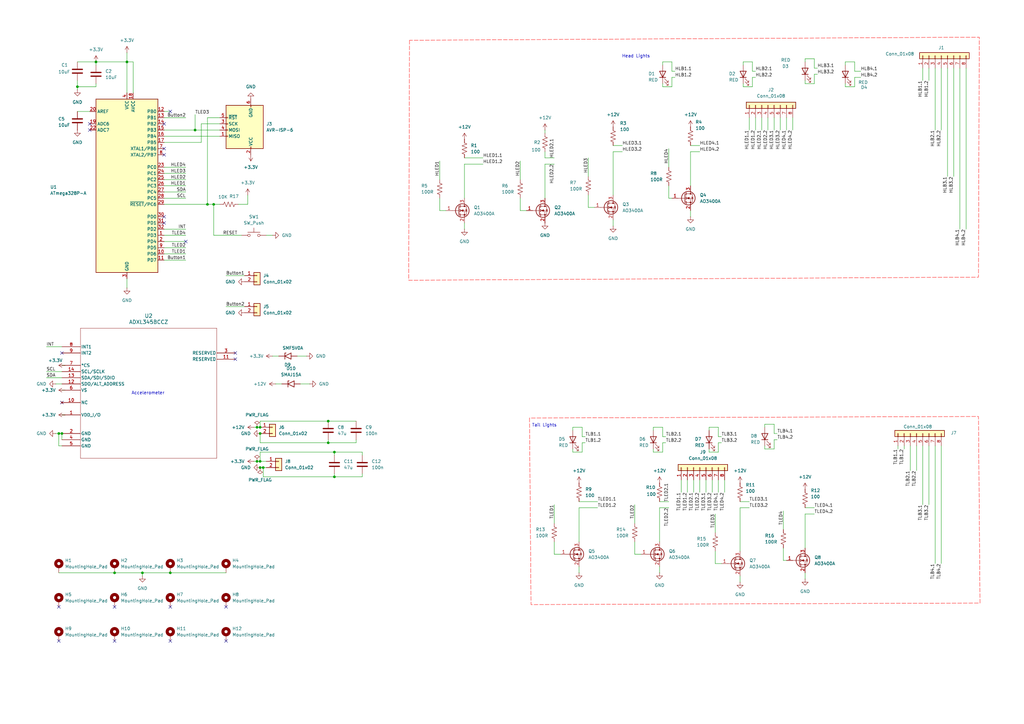
<source format=kicad_sch>
(kicad_sch (version 20250114) (generator "eeschema") (generator_version "9.0")
  (paper "A3")
  (text "Head Lights\n" (at 260.858 23.114 0) (effects (font (size 1.27 1.27))))
  (text "Tail Lights\n" (at 223.266 174.498 0) (effects (font (size 1.27 1.27))))
  (text "Accelerometer" (at 60.706 161.29 0) (effects (font (size 1.27 1.27))))
  (junction (at 107.95 191.77))
  (junction (at 25.4 177.8))
  (junction (at 69.85 234.95))
  (junction (at 137.16 195.58))
  (junction (at 134.62 181.61))
  (junction (at 134.62 172.72))
  (junction (at 105.41 175.26))
  (junction (at 105.41 189.23))
  (junction (at 137.16 185.42))
  (junction (at 106.68 191.77))
  (junction (at 39.37 25.4))
  (junction (at 87.63 83.82))
  (junction (at 106.68 177.8))
  (junction (at 106.68 175.26))
  (junction (at 46.99 234.95))
  (junction (at 24.13 177.8))
  (junction (at 31.75 35.56))
  (junction (at 80.01 53.34))
  (junction (at 58.42 234.95))
  (junction (at 85.09 83.82))
  (junction (at 106.68 189.23))
  (junction (at 52.07 25.4))
  (no_connect (at 67.31 60.96))
  (no_connect (at 24.13 262.89))
  (no_connect (at 67.31 88.9))
  (no_connect (at 25.4 165.1))
  (no_connect (at 92.71 248.92))
  (no_connect (at 36.83 53.34))
  (no_connect (at 36.83 50.8))
  (no_connect (at 96.52 147.32))
  (no_connect (at 67.31 63.5))
  (no_connect (at 69.85 248.92))
  (no_connect (at 69.85 262.89))
  (no_connect (at 25.4 144.78))
  (no_connect (at 24.13 248.92))
  (no_connect (at 67.31 50.8))
  (no_connect (at 46.99 262.89))
  (no_connect (at 92.71 262.89))
  (no_connect (at 69.85 45.72))
  (no_connect (at 96.52 144.78))
  (no_connect (at 67.31 91.44))
  (no_connect (at 46.99 248.92))
  (no_connect (at 76.2 99.06))
  (wire (pts (xy 350.52 29.21) (xy 353.06 29.21)))
  (wire (pts (xy 92.71 113.03) (xy 100.33 113.03)))
  (wire (pts (xy 330.2 208.28) (xy 334.01 208.28)))
  (wire (pts (xy 80.01 53.34) (xy 67.31 53.34)))
  (wire (pts (xy 25.4 142.24) (xy 19.05 142.24)))
  (wire (pts (xy 67.31 48.26) (xy 76.2 48.26)))
  (wire (pts (xy 82.55 50.8) (xy 90.17 50.8)))
  (wire (pts (xy 251.46 62.23) (xy 255.27 62.23)))
  (wire (pts (xy 271.78 175.26) (xy 271.78 179.07)))
  (wire (pts (xy 375.92 182.88) (xy 375.92 193.04)))
  (wire (pts (xy 67.31 101.6) (xy 76.2 101.6)))
  (wire (pts (xy 271.78 179.07) (xy 273.05 179.07)))
  (wire (pts (xy 320.04 48.26) (xy 320.04 53.34)))
  (wire (pts (xy 297.18 196.85) (xy 297.18 201.93)))
  (wire (pts (xy 76.2 71.12) (xy 67.31 71.12)))
  (wire (pts (xy 67.31 55.88) (xy 90.17 55.88)))
  (wire (pts (xy 67.31 81.28) (xy 76.2 81.28)))
  (wire (pts (xy 31.75 35.56) (xy 39.37 35.56)))
  (wire (pts (xy 322.58 48.26) (xy 322.58 53.34)))
  (wire (pts (xy 25.4 154.94) (xy 19.05 154.94)))
  (wire (pts (xy 388.62 27.94) (xy 388.62 72.39)))
  (wire (pts (xy 275.59 25.4) (xy 275.59 29.21)))
  (wire (pts (xy 317.5 48.26) (xy 317.5 53.34)))
  (wire (pts (xy 106.68 172.72) (xy 134.62 172.72)))
  (wire (pts (xy 373.38 182.88) (xy 373.38 193.04)))
  (wire (pts (xy 330.2 24.13) (xy 334.01 24.13)))
  (wire (pts (xy 87.63 96.52) (xy 99.06 96.52)))
  (wire (pts (xy 109.22 96.52) (xy 111.76 96.52)))
  (wire (pts (xy 54.61 25.4) (xy 54.61 38.1)))
  (wire (pts (xy 303.53 236.22) (xy 303.53 238.76)))
  (wire (pts (xy 271.78 181.61) (xy 273.05 181.61)))
  (wire (pts (xy 346.71 34.29) (xy 346.71 35.56)))
  (wire (pts (xy 52.07 114.3) (xy 52.07 118.11)))
  (wire (pts (xy 330.2 210.82) (xy 334.01 210.82)))
  (wire (pts (xy 104.14 175.26) (xy 105.41 175.26)))
  (wire (pts (xy 251.46 62.23) (xy 251.46 80.01)))
  (wire (pts (xy 294.64 181.61) (xy 295.91 181.61)))
  (wire (pts (xy 67.31 93.98) (xy 76.2 93.98)))
  (wire (pts (xy 386.08 27.94) (xy 386.08 53.34)))
  (wire (pts (xy 368.3 182.88) (xy 368.3 184.15)))
  (wire (pts (xy 313.69 184.15) (xy 317.5 184.15)))
  (wire (pts (xy 190.5 91.44) (xy 190.5 93.98)))
  (wire (pts (xy 109.22 191.77) (xy 107.95 191.77)))
  (wire (pts (xy 283.21 59.69) (xy 287.02 59.69)))
  (wire (pts (xy 111.76 146.05) (xy 114.3 146.05)))
  (wire (pts (xy 350.52 25.4) (xy 350.52 29.21)))
  (wire (pts (xy 22.86 177.8) (xy 24.13 177.8)))
  (wire (pts (xy 330.2 234.95) (xy 330.2 237.49)))
  (wire (pts (xy 330.2 33.02) (xy 330.2 34.29)))
  (wire (pts (xy 251.46 90.17) (xy 251.46 92.71)))
  (wire (pts (xy 290.83 184.15) (xy 290.83 185.42)))
  (wire (pts (xy 330.2 34.29) (xy 334.01 34.29)))
  (wire (pts (xy 270.51 208.28) (xy 274.32 208.28)))
  (wire (pts (xy 25.4 182.88) (xy 24.13 182.88)))
  (wire (pts (xy 274.32 60.96) (xy 274.32 68.58)))
  (wire (pts (xy 67.31 45.72) (xy 69.85 45.72)))
  (wire (pts (xy 317.5 173.99) (xy 317.5 177.8)))
  (wire (pts (xy 105.41 189.23) (xy 106.68 189.23)))
  (wire (pts (xy 25.4 180.34) (xy 25.4 177.8)))
  (wire (pts (xy 304.8 25.4) (xy 308.61 25.4)))
  (wire (pts (xy 58.42 234.95) (xy 58.42 236.22)))
  (wire (pts (xy 370.84 182.88) (xy 370.84 184.15)))
  (wire (pts (xy 223.52 53.34) (xy 223.52 54.61)))
  (wire (pts (xy 396.24 27.94) (xy 396.24 93.98)))
  (wire (pts (xy 238.76 181.61) (xy 240.03 181.61)))
  (wire (pts (xy 303.53 208.28) (xy 303.53 226.06)))
  (wire (pts (xy 106.68 177.8) (xy 106.68 181.61)))
  (wire (pts (xy 334.01 27.94) (xy 335.28 27.94)))
  (wire (pts (xy 39.37 25.4) (xy 39.37 26.67)))
  (wire (pts (xy 80.01 46.99) (xy 80.01 53.34)))
  (wire (pts (xy 148.59 185.42) (xy 148.59 186.69)))
  (wire (pts (xy 90.17 48.26) (xy 85.09 48.26)))
  (wire (pts (xy 85.09 48.26) (xy 85.09 83.82)))
  (wire (pts (xy 251.46 59.69) (xy 255.27 59.69)))
  (wire (pts (xy 294.64 185.42) (xy 294.64 181.61)))
  (wire (pts (xy 31.75 45.72) (xy 36.83 45.72)))
  (wire (pts (xy 294.64 179.07) (xy 295.91 179.07)))
  (wire (pts (xy 92.71 125.73) (xy 100.33 125.73)))
  (wire (pts (xy 223.52 64.77) (xy 227.33 64.77)))
  (wire (pts (xy 137.16 194.31) (xy 137.16 195.58)))
  (wire (pts (xy 304.8 35.56) (xy 308.61 35.56)))
  (wire (pts (xy 80.01 53.34) (xy 90.17 53.34)))
  (wire (pts (xy 190.5 64.77) (xy 198.12 64.77)))
  (wire (pts (xy 271.78 26.67) (xy 271.78 25.4)))
  (wire (pts (xy 227.33 227.33) (xy 229.87 227.33)))
  (wire (pts (xy 313.69 182.88) (xy 313.69 184.15)))
  (wire (pts (xy 346.71 26.67) (xy 346.71 25.4)))
  (wire (pts (xy 39.37 34.29) (xy 39.37 35.56)))
  (wire (pts (xy 87.63 83.82) (xy 90.17 83.82)))
  (wire (pts (xy 52.07 25.4) (xy 54.61 25.4)))
  (wire (pts (xy 25.4 160.02) (xy 26.67 160.02)))
  (wire (pts (xy 274.32 81.28) (xy 275.59 81.28)))
  (wire (pts (xy 223.52 62.23) (xy 223.52 64.77)))
  (wire (pts (xy 378.46 27.94) (xy 378.46 33.02)))
  (wire (pts (xy 67.31 83.82) (xy 85.09 83.82)))
  (wire (pts (xy 180.34 66.04) (xy 180.34 73.66)))
  (wire (pts (xy 393.7 27.94) (xy 393.7 93.98)))
  (wire (pts (xy 107.95 191.77) (xy 106.68 191.77)))
  (wire (pts (xy 275.59 31.75) (xy 276.86 31.75)))
  (wire (pts (xy 287.02 196.85) (xy 287.02 201.93)))
  (wire (pts (xy 290.83 176.53) (xy 290.83 175.26)))
  (wire (pts (xy 260.35 207.01) (xy 260.35 214.63)))
  (wire (pts (xy 121.92 146.05) (xy 125.73 146.05)))
  (wire (pts (xy 260.35 227.33) (xy 262.89 227.33)))
  (wire (pts (xy 213.36 86.36) (xy 215.9 86.36)))
  (wire (pts (xy 267.97 175.26) (xy 271.78 175.26)))
  (wire (pts (xy 383.54 182.88) (xy 383.54 231.14)))
  (wire (pts (xy 22.86 157.48) (xy 25.4 157.48)))
  (wire (pts (xy 237.49 208.28) (xy 237.49 222.25)))
  (wire (pts (xy 275.59 29.21) (xy 276.86 29.21)))
  (wire (pts (xy 284.48 196.85) (xy 284.48 201.93)))
  (wire (pts (xy 293.37 231.14) (xy 295.91 231.14)))
  (wire (pts (xy 237.49 208.28) (xy 245.11 208.28)))
  (wire (pts (xy 283.21 86.36) (xy 283.21 88.9)))
  (wire (pts (xy 67.31 96.52) (xy 76.2 96.52)))
  (wire (pts (xy 234.95 184.15) (xy 234.95 185.42)))
  (wire (pts (xy 281.94 196.85) (xy 281.94 201.93)))
  (wire (pts (xy 24.13 177.8) (xy 25.4 177.8)))
  (wire (pts (xy 76.2 76.2) (xy 67.31 76.2)))
  (wire (pts (xy 238.76 185.42) (xy 238.76 181.61)))
  (wire (pts (xy 101.6 83.82) (xy 101.6 80.01)))
  (wire (pts (xy 304.8 26.67) (xy 304.8 25.4)))
  (wire (pts (xy 267.97 184.15) (xy 267.97 185.42)))
  (wire (pts (xy 213.36 66.04) (xy 213.36 73.66)))
  (wire (pts (xy 241.3 80.01) (xy 241.3 85.09)))
  (wire (pts (xy 31.75 36.83) (xy 31.75 35.56)))
  (wire (pts (xy 234.95 176.53) (xy 234.95 175.26)))
  (wire (pts (xy 274.32 81.28) (xy 274.32 76.2)))
  (wire (pts (xy 271.78 34.29) (xy 271.78 35.56)))
  (wire (pts (xy 386.08 182.88) (xy 386.08 231.14)))
  (wire (pts (xy 25.4 152.4) (xy 19.05 152.4)))
  (wire (pts (xy 105.41 175.26) (xy 106.68 175.26)))
  (wire (pts (xy 213.36 81.28) (xy 213.36 86.36)))
  (wire (pts (xy 330.2 25.4) (xy 330.2 24.13)))
  (wire (pts (xy 180.34 81.28) (xy 180.34 86.36)))
  (wire (pts (xy 137.16 185.42) (xy 148.59 185.42)))
  (wire (pts (xy 227.33 207.01) (xy 227.33 214.63)))
  (wire (pts (xy 106.68 185.42) (xy 137.16 185.42)))
  (wire (pts (xy 107.95 195.58) (xy 137.16 195.58)))
  (wire (pts (xy 97.79 83.82) (xy 101.6 83.82)))
  (wire (pts (xy 24.13 234.95) (xy 46.99 234.95)))
  (wire (pts (xy 137.16 195.58) (xy 148.59 195.58)))
  (wire (pts (xy 58.42 234.95) (xy 69.85 234.95)))
  (wire (pts (xy 381 27.94) (xy 381 33.02)))
  (wire (pts (xy 308.61 35.56) (xy 308.61 31.75)))
  (wire (pts (xy 313.69 175.26) (xy 313.69 173.99)))
  (wire (pts (xy 303.53 208.28) (xy 307.34 208.28)))
  (wire (pts (xy 52.07 21.59) (xy 52.07 25.4)))
  (wire (pts (xy 334.01 24.13) (xy 334.01 27.94)))
  (wire (pts (xy 304.8 34.29) (xy 304.8 35.56)))
  (wire (pts (xy 241.3 85.09) (xy 243.84 85.09)))
  (wire (pts (xy 260.35 222.25) (xy 260.35 227.33)))
  (wire (pts (xy 113.03 157.48) (xy 115.57 157.48)))
  (wire (pts (xy 223.52 67.31) (xy 223.52 81.28)))
  (wire (pts (xy 146.05 180.34) (xy 146.05 181.61)))
  (wire (pts (xy 294.64 175.26) (xy 294.64 179.07)))
  (wire (pts (xy 137.16 185.42) (xy 137.16 186.69)))
  (wire (pts (xy 267.97 176.53) (xy 267.97 175.26)))
  (wire (pts (xy 290.83 175.26) (xy 294.64 175.26)))
  (wire (pts (xy 308.61 31.75) (xy 309.88 31.75)))
  (wire (pts (xy 267.97 185.42) (xy 271.78 185.42)))
  (wire (pts (xy 234.95 175.26) (xy 238.76 175.26)))
  (wire (pts (xy 67.31 78.74) (xy 76.2 78.74)))
  (wire (pts (xy 309.88 48.26) (xy 309.88 53.34)))
  (wire (pts (xy 321.31 229.87) (xy 321.31 224.79)))
  (wire (pts (xy 321.31 209.55) (xy 321.31 217.17)))
  (wire (pts (xy 303.53 205.74) (xy 307.34 205.74)))
  (wire (pts (xy 237.49 232.41) (xy 237.49 234.95)))
  (wire (pts (xy 346.71 25.4) (xy 350.52 25.4)))
  (wire (pts (xy 271.78 35.56) (xy 275.59 35.56)))
  (wire (pts (xy 39.37 25.4) (xy 52.07 25.4)))
  (wire (pts (xy 307.34 48.26) (xy 307.34 53.34)))
  (wire (pts (xy 314.96 48.26) (xy 314.96 53.34)))
  (wire (pts (xy 308.61 25.4) (xy 308.61 29.21)))
  (wire (pts (xy 148.59 194.31) (xy 148.59 195.58)))
  (wire (pts (xy 76.2 68.58) (xy 67.31 68.58)))
  (wire (pts (xy 317.5 177.8) (xy 318.77 177.8)))
  (wire (pts (xy 383.54 27.94) (xy 383.54 53.34)))
  (wire (pts (xy 313.69 173.99) (xy 317.5 173.99)))
  (wire (pts (xy 312.42 48.26) (xy 312.42 53.34)))
  (wire (pts (xy 308.61 29.21) (xy 309.88 29.21)))
  (wire (pts (xy 346.71 35.56) (xy 350.52 35.56)))
  (wire (pts (xy 82.55 50.8) (xy 82.55 58.42)))
  (wire (pts (xy 290.83 185.42) (xy 294.64 185.42)))
  (wire (pts (xy 39.37 25.4) (xy 31.75 25.4)))
  (wire (pts (xy 330.2 210.82) (xy 330.2 224.79)))
  (wire (pts (xy 106.68 175.26) (xy 106.68 172.72)))
  (wire (pts (xy 67.31 58.42) (xy 82.55 58.42)))
  (wire (pts (xy 24.13 182.88) (xy 24.13 177.8)))
  (wire (pts (xy 134.62 181.61) (xy 146.05 181.61)))
  (wire (pts (xy 190.5 67.31) (xy 190.5 81.28)))
  (wire (pts (xy 241.3 64.77) (xy 241.3 72.39)))
  (wire (pts (xy 104.14 189.23) (xy 105.41 189.23)))
  (wire (pts (xy 25.4 149.86) (xy 26.67 149.86)))
  (wire (pts (xy 271.78 185.42) (xy 271.78 181.61)))
  (wire (pts (xy 294.64 196.85) (xy 294.64 201.93)))
  (wire (pts (xy 223.52 67.31) (xy 227.33 67.31)))
  (wire (pts (xy 293.37 210.82) (xy 293.37 218.44)))
  (wire (pts (xy 134.62 180.34) (xy 134.62 181.61)))
  (wire (pts (xy 234.95 185.42) (xy 238.76 185.42)))
  (wire (pts (xy 180.34 86.36) (xy 182.88 86.36)))
  (wire (pts (xy 31.75 33.02) (xy 31.75 35.56)))
  (wire (pts (xy 123.19 157.48) (xy 127 157.48)))
  (wire (pts (xy 271.78 25.4) (xy 275.59 25.4)))
  (wire (pts (xy 289.56 196.85) (xy 289.56 201.93)))
  (wire (pts (xy 283.21 62.23) (xy 283.21 76.2)))
  (wire (pts (xy 238.76 175.26) (xy 238.76 179.07)))
  (wire (pts (xy 378.46 182.88) (xy 378.46 207.01)))
  (wire (pts (xy 317.5 184.15) (xy 317.5 180.34)))
  (wire (pts (xy 109.22 189.23) (xy 106.68 189.23)))
  (wire (pts (xy 25.4 170.18) (xy 26.67 170.18)))
  (wire (pts (xy 391.16 27.94) (xy 391.16 72.39)))
  (wire (pts (xy 293.37 226.06) (xy 293.37 231.14)))
  (wire (pts (xy 106.68 189.23) (xy 106.68 185.42)))
  (wire (pts (xy 134.62 172.72) (xy 146.05 172.72)))
  (wire (pts (xy 325.12 48.26) (xy 325.12 53.34)))
  (wire (pts (xy 190.5 67.31) (xy 198.12 67.31)))
  (wire (pts (xy 381 182.88) (xy 381 207.01)))
  (wire (pts (xy 237.49 205.74) (xy 245.11 205.74)))
  (wire (pts (xy 275.59 35.56) (xy 275.59 31.75)))
  (wire (pts (xy 270.51 232.41) (xy 270.51 234.95)))
  (wire (pts (xy 317.5 180.34) (xy 318.77 180.34)))
  (wire (pts (xy 46.99 234.95) (xy 58.42 234.95)))
  (wire (pts (xy 270.51 205.74) (xy 274.32 205.74)))
  (wire (pts (xy 67.31 106.68) (xy 76.2 106.68)))
  (wire (pts (xy 350.52 35.56) (xy 350.52 31.75)))
  (wire (pts (xy 76.2 73.66) (xy 67.31 73.66)))
  (wire (pts (xy 227.33 222.25) (xy 227.33 227.33)))
  (wire (pts (xy 106.68 181.61) (xy 134.62 181.61)))
  (wire (pts (xy 87.63 83.82) (xy 87.63 96.52)))
  (wire (pts (xy 292.1 196.85) (xy 292.1 201.93)))
  (wire (pts (xy 334.01 30.48) (xy 335.28 30.48)))
  (wire (pts (xy 283.21 62.23) (xy 287.02 62.23)))
  (wire (pts (xy 270.51 208.28) (xy 270.51 222.25)))
  (wire (pts (xy 69.85 234.95) (xy 92.71 234.95)))
  (wire (pts (xy 279.4 196.85) (xy 279.4 201.93)))
  (wire (pts (xy 107.95 191.77) (xy 107.95 195.58)))
  (wire (pts (xy 85.09 83.82) (xy 87.63 83.82)))
  (wire (pts (xy 52.07 25.4) (xy 52.07 38.1)))
  (wire (pts (xy 350.52 31.75) (xy 353.06 31.75)))
  (wire (pts (xy 67.31 104.14) (xy 76.2 104.14)))
  (wire (pts (xy 334.01 34.29) (xy 334.01 30.48)))
  (wire (pts (xy 238.76 179.07) (xy 240.03 179.07)))
  (wire (pts (xy 67.31 99.06) (xy 76.2 99.06)))
  (wire (pts (xy 321.31 229.87) (xy 322.58 229.87)))
  (label "TLB4.1" (at 383.54 231.14 270))
  (label "TLED3" (at 80.01 46.99 0))
  (label "HLED2.1" (at 227.33 64.77 90))
  (label "HLB2.2" (at 386.08 53.34 270))
  (label "TLED1.2" (at 281.94 201.93 270))
  (label "HLB2.1" (at 383.54 53.34 270))
  (label "HLB4.2" (at 396.24 93.98 270))
  (label "HLB3.1" (at 388.62 72.39 270))
  (label "Button2" (at 76.2 48.26 180))
  (label "HLB3.2" (at 391.16 72.39 270))
  (label "TLED3.2" (at 292.1 201.93 270))
  (label "TLED4" (at 321.31 209.55 270))
  (label "TLED3.1" (at 289.56 201.93 270))
  (label "TLED3" (at 293.37 210.82 270))
  (label "HLB2.2" (at 309.88 31.75 0))
  (label "HLED2.1" (at 312.42 53.34 270))
  (label "TLED4" (at 76.2 96.52 180))
  (label "TLED3.1" (at 307.34 205.74 0))
  (label "HLED1.2" (at 309.88 53.34 270))
  (label "TLED4.1" (at 334.01 208.28 0))
  (label "HLED1.1" (at 198.12 64.77 0))
  (label "TLED1" (at 76.2 104.14 180))
  (label "HLED3.2" (at 320.04 53.34 270))
  (label "HLED2" (at 76.2 73.66 180))
  (label "TLED3.2" (at 307.34 208.28 0))
  (label "TLB2.2" (at 273.05 181.61 0))
  (label "HLB1.2" (at 381 33.02 270))
  (label "TLED4.2" (at 297.18 201.93 270))
  (label "HLED4.2" (at 287.02 62.23 0))
  (label "TLB2.1" (at 273.05 179.07 0))
  (label "HLED1.2" (at 198.12 67.31 0))
  (label "HLED3.1" (at 255.27 59.69 0))
  (label "TLB4.1" (at 318.77 177.8 0))
  (label "HLED4" (at 274.32 60.96 270))
  (label "HLED3" (at 76.2 71.12 180))
  (label "HLED4.1" (at 287.02 59.69 0))
  (label "HLED2.2" (at 314.96 53.34 270))
  (label "HLED3.1" (at 317.5 53.34 270))
  (label "HLB4.2" (at 353.06 31.75 0))
  (label "HLB2.1" (at 309.88 29.21 0))
  (label "HLB3.1" (at 335.28 27.94 0))
  (label "INT" (at 19.05 142.24 0))
  (label "TLED1.2" (at 245.11 208.28 0))
  (label "HLB1.2" (at 276.86 31.75 0))
  (label "TLED1.1" (at 279.4 201.93 270))
  (label "TLB4.2" (at 386.08 231.14 270))
  (label "SCL" (at 76.2 81.28 180))
  (label "TLB2.2" (at 375.92 193.04 270))
  (label "SCL" (at 19.05 152.4 0))
  (label "TLB1.2" (at 240.03 181.61 0))
  (label "HLED4.2" (at 325.12 53.34 270))
  (label "HLED4" (at 76.2 68.58 180))
  (label "HLB1.1" (at 276.86 29.21 0))
  (label "HLED3.2" (at 255.27 62.23 0))
  (label "TLB3.1" (at 295.91 179.07 0))
  (label "Button1" (at 92.71 113.03 0))
  (label "TLED2" (at 76.2 101.6 180))
  (label "HLB4.1" (at 353.06 29.21 0))
  (label "Button2" (at 92.71 125.73 0))
  (label "HLB3.2" (at 335.28 30.48 0))
  (label "HLED1.1" (at 307.34 53.34 270))
  (label "TLB3.2" (at 295.91 181.61 0))
  (label "TLB1.1" (at 240.03 179.07 0))
  (label "TLED2" (at 260.35 207.01 270))
  (label "HLED3" (at 241.3 64.77 270))
  (label "TLB2.1" (at 373.38 193.04 270))
  (label "TLED4.1" (at 294.64 201.93 270))
  (label "TLED2.1" (at 274.32 205.74 90))
  (label "HLED2.2" (at 227.33 67.31 270))
  (label "HLED2" (at 213.36 66.04 270))
  (label "HLED4.1" (at 322.58 53.34 270))
  (label "TLED2.1" (at 284.48 201.93 270))
  (label "Button1" (at 76.2 106.68 180))
  (label "TLED1.1" (at 245.11 205.74 0))
  (label "TLB4.2" (at 318.77 180.34 0))
  (label "TLED4.2" (at 334.01 210.82 0))
  (label "TLB1.2" (at 370.84 184.15 270))
  (label "RESET" (at 91.44 96.52 0))
  (label "INT" (at 76.2 93.98 180))
  (label "TLB3.2" (at 381 207.01 270))
  (label "SDA" (at 76.2 78.74 180))
  (label "HLB1.1" (at 378.46 33.02 270))
  (label "HLED1" (at 76.2 76.2 180))
  (label "TLED2.2" (at 287.02 201.93 270))
  (label "HLED1" (at 180.34 66.04 270))
  (label "HLB4.1" (at 393.7 93.98 270))
  (label "TLED2.2" (at 274.32 208.28 270))
  (label "SDA" (at 19.05 154.94 0))
  (label "TLED1" (at 227.33 207.01 270))
  (label "TLB1.1" (at 368.3 184.15 270))
  (label "TLB3.1" (at 378.46 207.01 270))
  (rule_area (polyline (pts (xy 167.9575 16.51) (xy 167.64 114.935) (xy 401.3199 113.665) (xy 401.6374 15.24)) (stroke (width 0) (type dash))))
  (rule_area (polyline (pts (xy 217.17 171.45) (xy 217.805 247.9674) (xy 401.955 247.3324) (xy 401.32 170.815)) (stroke (width 0) (type dash))))
  (symbol (lib_id "Diode:SMAJ15A") (at 119.38 157.48 0) (unit 1)
    (property "Reference" "D10" (at 119.38 151.13 0))
    (property "Value" "SMAJ15A" (at 119.38 153.67 0))
    (property "Footprint" "Diode_SMD:D_SMA" (effects (hide yes)))
    (property "Datasheet" "https://www.littelfuse.com/media?resourcetype=datasheets&itemid=75e32973-b177-4ee3-a0ff-cedaf1abdb93&filename=smaj-datasheet" (effects (hide yes)))
    (property "Description" "400W unidirectional Transient Voltage Suppressor, 15.0Vr, SMA(DO-214AC)" (effects (hide yes)))
  )
  (symbol (lib_id "Device:LED") (at 313.69 179.07 90) (unit 1)
    (property "Reference" "D8" (at 307.848 178.816 90) (effects (justify right)))
    (property "Value" "RED" (at 307.848 181.356 90) (effects (justify right)))
    (property "Footprint" "AB-EZD03-RA3:ABEZD03RA3" (effects (hide yes)))
    (property "Description" "Light emitting diode" (effects (hide yes)))
    (property "Sim.Pins" "1=K 2=A" (effects (hide yes)))
  )
  (symbol (lib_id "Mechanical:MountingHole_Pad") (at 92.71 232.41 0) (unit 1) (in_bom no)
    (property "Reference" "H4" (at 95.25 229.8699 0) (effects (justify left)))
    (property "Value" "MountingHole_Pad" (at 95.25 232.4099 0) (effects (justify left)))
    (property "Footprint" "MountingHole:MountingHole_2.5mm_Pad_Via" (effects (hide yes)))
    (property "Description" "Mounting Hole with connection" (effects (hide yes)))
  )
  (symbol (lib_id "Device:LED") (at 234.95 180.34 90) (unit 1)
    (property "Reference" "D5" (at 229.108 180.086 90) (effects (justify right)))
    (property "Value" "RED" (at 229.108 182.626 90) (effects (justify right)))
    (property "Footprint" "AB-EZD03-RA3:ABEZD03RA3" (effects (hide yes)))
    (property "Description" "Light emitting diode" (effects (hide yes)))
    (property "Sim.Pins" "1=K 2=A" (effects (hide yes)))
  )
  (symbol (lib_id "Device:R_US") (at 321.31 220.98 0) (unit 1)
    (property "Reference" "R16" (at 313.69 219.71 0) (effects (justify left)))
    (property "Value" "100R" (at 313.69 222.25 0) (effects (justify left)))
    (property "Footprint" "Resistor_SMD:R_0805_2012Metric_Pad1.20x1.40mm_HandSolder" (effects (hide yes)))
    (property "Description" "Resistor, US symbol" (effects (hide yes)))
  )
  (symbol (lib_id "Device:C") (at 134.62 176.53 0) (unit 1)
    (property "Reference" "C8" (at 138.43 175.2599 0) (effects (justify left)))
    (property "Value" "47u" (at 138.43 177.7999 0) (effects (justify left)))
    (property "Footprint" "Capacitor_SMD:C_0805_2012Metric_Pad1.18x1.45mm_HandSolder" (effects (hide yes)))
    (property "Description" "Unpolarized capacitor" (effects (hide yes)))
  )
  (symbol (lib_id "Mechanical:MountingHole_Pad") (at 69.85 260.35 0) (unit 1) (in_bom no)
    (property "Reference" "H11" (at 72.39 257.8099 0) (effects (justify left)))
    (property "Value" "MountingHole_Pad" (at 72.39 260.3499 0) (effects (justify left)))
    (property "Footprint" "MountingHole:MountingHole_2.5mm_Pad" (effects (hide yes)))
    (property "Description" "Mounting Hole with connection" (effects (hide yes)))
  )
  (symbol (lib_id "Connector_Generic:Conn_01x08") (at 386.08 22.86 90) (unit 1)
    (property "Reference" "J1" (at 386.08 19.558 90))
    (property "Value" "Conn_01x08" (at 369.062 22.098 90))
    (property "Footprint" "Connector_JST:JST_PH_B8B-PH-K_1x08_P2.00mm_Vertical" (effects (hide yes)))
    (property "Description" "Generic connector, single row, 01x08, script generated (kicad-library-utils/schlib/autogen/connector/)" (effects (hide yes)))
  )
  (symbol (lib_id "Device:R_US") (at 227.33 218.44 0) (unit 1)
    (property "Reference" "R13" (at 219.71 217.17 0) (effects (justify left)))
    (property "Value" "100R" (at 219.71 219.71 0) (effects (justify left)))
    (property "Footprint" "Resistor_SMD:R_0805_2012Metric_Pad1.20x1.40mm_HandSolder" (effects (hide yes)))
    (property "Description" "Resistor, US symbol" (effects (hide yes)))
  )
  (symbol (lib_id "Mechanical:MountingHole_Pad") (at 46.99 246.38 0) (unit 1) (in_bom no)
    (property "Reference" "H6" (at 49.53 243.8399 0) (effects (justify left)))
    (property "Value" "MountingHole_Pad" (at 49.53 246.3799 0) (effects (justify left)))
    (property "Footprint" "MountingHole:MountingHole_2.5mm_Pad" (effects (hide yes)))
    (property "Description" "Mounting Hole with connection" (effects (hide yes)))
  )
  (symbol (lib_id "Device:R_US") (at 283.21 55.88 0) (unit 1)
    (property "Reference" "R4" (at 285.242 50.038 0) (effects (justify left)))
    (property "Value" "100" (at 285.242 52.578 0) (effects (justify left)))
    (property "Footprint" "Resistor_SMD:R_0805_2012Metric_Pad1.20x1.40mm_HandSolder" (effects (hide yes)))
    (property "Description" "Resistor, US symbol" (effects (hide yes)))
  )
  (symbol (lib_id "Device:C") (at 148.59 190.5 0) (unit 1)
    (property "Reference" "C12" (at 152.4 189.2299 0) (effects (justify left)))
    (property "Value" "100n" (at 152.4 191.7699 0) (effects (justify left)))
    (property "Footprint" "Capacitor_SMD:C_0805_2012Metric_Pad1.18x1.45mm_HandSolder" (effects (hide yes)))
    (property "Description" "Unpolarized capacitor" (effects (hide yes)))
  )
  (symbol (lib_id "Device:R_US") (at 93.98 83.82 90) (unit 1)
    (property "Reference" "R17" (at 96.012 80.518 90))
    (property "Value" "10K" (at 91.44 80.772 90))
    (property "Footprint" "Resistor_SMD:R_0805_2012Metric_Pad1.20x1.40mm_HandSolder" (effects (hide yes)))
    (property "Description" "Resistor, US symbol" (effects (hide yes)))
  )
  (symbol (lib_id "Mechanical:MountingHole_Pad") (at 24.13 260.35 0) (unit 1) (in_bom no)
    (property "Reference" "H9" (at 26.67 257.8099 0) (effects (justify left)))
    (property "Value" "MountingHole_Pad" (at 26.67 260.3499 0) (effects (justify left)))
    (property "Footprint" "MountingHole:MountingHole_2.5mm_Pad" (effects (hide yes)))
    (property "Description" "Mounting Hole with connection" (effects (hide yes)))
  )
  (symbol (lib_name "AVR-ISP-6_1") (lib_id "Connector:AVR-ISP-6") (at 100.33 50.8 180) (unit 1)
    (property "Reference" "J3" (at 109.22 50.7999 0) (effects (justify right)))
    (property "Value" "AVR-ISP-6" (at 109.22 53.3399 0) (effects (justify right)))
    (property "Footprint" "Connector_PinHeader_1.00mm:PinHeader_1x06_P1.00mm_Vertical" (effects (hide yes)))
    (property "Description" "Atmel 6-pin ISP connector" (effects (hide yes)))
  )
  (symbol (lib_id "Device:R_US") (at 180.34 77.47 0) (unit 1)
    (property "Reference" "R5" (at 172.72 76.2 0) (effects (justify left)))
    (property "Value" "100R" (at 172.72 78.74 0) (effects (justify left)))
    (property "Footprint" "Resistor_SMD:R_0805_2012Metric_Pad1.20x1.40mm_HandSolder" (effects (hide yes)))
    (property "Description" "Resistor, US symbol" (effects (hide yes)))
  )
  (symbol (lib_id "power:PWR_FLAG") (at 106.68 191.77 180) (unit 1)
    (property "Reference" "#FLG03" (effects (hide yes)))
    (property "Value" "PWR_FLAG" (at 106.68 196.85 0))
    (property "Description" "Special symbol for telling ERC where power comes from" (effects (hide yes)))
  )
  (symbol (lib_id "Device:LED") (at 346.71 30.48 90) (unit 1)
    (property "Reference" "D4" (at 353.06 35.814 90) (effects (justify right)))
    (property "Value" "RED" (at 352.044 33.782 90) (effects (justify right)))
    (property "Footprint" "AB-EZD10C-A3-K65:ABEZD10CA3K65" (effects (hide yes)))
    (property "Description" "Light emitting diode" (effects (hide yes)))
    (property "Sim.Pins" "1=K 2=A" (effects (hide yes)))
  )
  (symbol (lib_id "power:+3.3V") (at 251.46 52.07 0) (unit 1)
    (property "Reference" "#PWR07" (effects (hide yes)))
    (property "Value" "+12V" (at 251.46 46.99 0))
    (property "Description" "Power symbol creates a global label with name \"+3.3V\"" (effects (hide yes)))
  )
  (symbol (lib_id "power:GND") (at 125.73 146.05 90) (unit 1)
    (property "Reference" "#PWR025" (effects (hide yes)))
    (property "Value" "GND" (at 131.572 146.05 90))
    (property "Description" "Power symbol creates a global label with name \"GND\" , ground" (effects (hide yes)))
  )
  (symbol (lib_id "Connector_Generic:Conn_01x02") (at 105.41 125.73 0) (unit 1)
    (property "Reference" "J5" (at 107.95 125.7299 0) (effects (justify left)))
    (property "Value" "Conn_01x02" (at 107.95 128.2699 0) (effects (justify left)))
    (property "Footprint" "Connector_JST:JST_PH_B2B-PH-K_1x02_P2.00mm_Vertical" (effects (hide yes)))
    (property "Description" "Generic connector, single row, 01x02, script generated (kicad-library-utils/schlib/autogen/connector/)" (effects (hide yes)))
  )
  (symbol (lib_id "Device:R_US") (at 270.51 201.93 0) (unit 1)
    (property "Reference" "R10" (at 264.922 199.898 0) (effects (justify left)))
    (property "Value" "100" (at 265.176 202.692 0) (effects (justify left)))
    (property "Footprint" "Resistor_SMD:R_0805_2012Metric_Pad1.20x1.40mm_HandSolder" (effects (hide yes)))
    (property "Description" "Resistor, US symbol" (effects (hide yes)))
  )
  (symbol (lib_id "power:GND") (at 330.2 237.49 0) (unit 1)
    (property "Reference" "#PWR047" (effects (hide yes)))
    (property "Value" "GND" (at 330.2 242.57 0))
    (property "Description" "Power symbol creates a global label with name \"GND\" , ground" (effects (hide yes)))
  )
  (symbol (lib_id "Transistor_FET:AO3400A") (at 234.95 227.33 0) (unit 1)
    (property "Reference" "Q5" (at 241.3 226.0599 0) (effects (justify left)))
    (property "Value" "AO3400A" (at 241.3 228.5999 0) (effects (justify left)))
    (property "Footprint" "Package_TO_SOT_SMD:SOT-23" (effects (hide yes)))
    (property "Datasheet" "http://www.aosmd.com/pdfs/datasheet/AO3400A.pdf" (effects (hide yes)))
    (property "Description" "30V Vds, 5.7A Id, N-Channel MOSFET, SOT-23" (effects (hide yes)))
  )
  (symbol (lib_id "power:PWR_FLAG") (at 105.41 189.23 0) (unit 1)
    (property "Reference" "#FLG02" (effects (hide yes)))
    (property "Value" "PWR_FLAG" (at 105.41 184.15 0))
    (property "Description" "Special symbol for telling ERC where power comes from" (effects (hide yes)))
  )
  (symbol (lib_id "power:GND") (at 52.07 118.11 0) (unit 1)
    (property "Reference" "#PWR022" (effects (hide yes)))
    (property "Value" "GND" (at 52.07 123.19 0))
    (property "Description" "Power symbol creates a global label with name \"GND\" , ground" (effects (hide yes)))
  )
  (symbol (lib_id "power:+3.3V") (at 39.37 25.4 0) (unit 1)
    (property "Reference" "#PWR02" (effects (hide yes)))
    (property "Value" "+3.3V" (at 39.37 20.32 0))
    (property "Description" "Power symbol creates a global label with name \"+3.3V\"" (effects (hide yes)))
  )
  (symbol (lib_id "Device:C") (at 137.16 190.5 0) (unit 1)
    (property "Reference" "C11" (at 140.97 189.2299 0) (effects (justify left)))
    (property "Value" "47u" (at 140.97 191.7699 0) (effects (justify left)))
    (property "Footprint" "Capacitor_SMD:C_0805_2012Metric_Pad1.18x1.45mm_HandSolder" (effects (hide yes)))
    (property "Description" "Unpolarized capacitor" (effects (hide yes)))
  )
  (symbol (lib_id "Device:C") (at 146.05 176.53 0) (unit 1)
    (property "Reference" "C9" (at 149.86 175.2599 0) (effects (justify left)))
    (property "Value" "100n" (at 149.86 177.7999 0) (effects (justify left)))
    (property "Footprint" "Capacitor_SMD:C_0805_2012Metric_Pad1.18x1.45mm_HandSolder" (effects (hide yes)))
    (property "Description" "Unpolarized capacitor" (effects (hide yes)))
  )
  (symbol (lib_id "Transistor_FET:AO3400A") (at 300.99 231.14 0) (unit 1)
    (property "Reference" "Q7" (at 307.34 229.8699 0) (effects (justify left)))
    (property "Value" "AO3400A" (at 307.34 232.4099 0) (effects (justify left)))
    (property "Footprint" "Package_TO_SOT_SMD:SOT-23" (effects (hide yes)))
    (property "Datasheet" "http://www.aosmd.com/pdfs/datasheet/AO3400A.pdf" (effects (hide yes)))
    (property "Description" "30V Vds, 5.7A Id, N-Channel MOSFET, SOT-23" (effects (hide yes)))
  )
  (symbol (lib_id "Device:R_US") (at 274.32 72.39 0) (unit 1)
    (property "Reference" "R8" (at 266.7 71.12 0) (effects (justify left)))
    (property "Value" "100R" (at 266.7 73.66 0) (effects (justify left)))
    (property "Footprint" "Resistor_SMD:R_0805_2012Metric_Pad1.20x1.40mm_HandSolder" (effects (hide yes)))
    (property "Description" "Resistor, US symbol" (effects (hide yes)))
  )
  (symbol (lib_id "Transistor_FET:AO3400A") (at 327.66 229.87 0) (unit 1)
    (property "Reference" "Q8" (at 334.01 228.5999 0) (effects (justify left)))
    (property "Value" "AO3400A" (at 334.01 231.1399 0) (effects (justify left)))
    (property "Footprint" "Package_TO_SOT_SMD:SOT-23" (effects (hide yes)))
    (property "Datasheet" "http://www.aosmd.com/pdfs/datasheet/AO3400A.pdf" (effects (hide yes)))
    (property "Description" "30V Vds, 5.7A Id, N-Channel MOSFET, SOT-23" (effects (hide yes)))
  )
  (symbol (lib_id "power:+3.3V") (at 101.6 80.01 0) (unit 1)
    (property "Reference" "#PWR014" (effects (hide yes)))
    (property "Value" "+3.3V" (at 101.6 74.93 0))
    (property "Description" "Power symbol creates a global label with name \"+3.3V\"" (effects (hide yes)))
  )
  (symbol (lib_id "Mechanical:MountingHole_Pad") (at 92.71 260.35 0) (unit 1) (in_bom no)
    (property "Reference" "H12" (at 95.25 257.8099 0) (effects (justify left)))
    (property "Value" "MountingHole_Pad" (at 95.25 260.3499 0) (effects (justify left)))
    (property "Footprint" "MountingHole:MountingHole_2.5mm_Pad" (effects (hide yes)))
    (property "Description" "Mounting Hole with connection" (effects (hide yes)))
  )
  (symbol (lib_id "Device:R_US") (at 190.5 60.96 0) (unit 1)
    (property "Reference" "R1" (at 193.04 59.6899 0) (effects (justify left)))
    (property "Value" "100" (at 193.04 62.2299 0) (effects (justify left)))
    (property "Footprint" "Resistor_SMD:R_0805_2012Metric_Pad1.20x1.40mm_HandSolder" (effects (hide yes)))
    (property "Description" "Resistor, US symbol" (effects (hide yes)))
  )
  (symbol (lib_id "power:+3.3V") (at 330.2 200.66 0) (unit 1)
    (property "Reference" "#PWR042" (effects (hide yes)))
    (property "Value" "+12V" (at 330.2 195.58 0))
    (property "Description" "Power symbol creates a global label with name \"+3.3V\"" (effects (hide yes)))
  )
  (symbol (lib_id "power:+12V") (at 113.03 157.48 90) (unit 1)
    (property "Reference" "#PWR028" (effects (hide yes)))
    (property "Value" "+12V" (at 109.22 157.4799 90) (effects (justify left)))
    (property "Description" "Power symbol creates a global label with name \"+12V\"" (effects (hide yes)))
  )
  (symbol (lib_id "power:GND") (at 100.33 115.57 270) (unit 1)
    (property "Reference" "#PWR021" (effects (hide yes)))
    (property "Value" "GND" (at 96.52 115.5699 90) (effects (justify right)))
    (property "Description" "Power symbol creates a global label with name \"GND\" , ground" (effects (hide yes)))
  )
  (symbol (lib_id "power:GND") (at 237.49 234.95 0) (unit 1)
    (property "Reference" "#PWR045" (effects (hide yes)))
    (property "Value" "GND" (at 237.49 240.03 0))
    (property "Description" "Power symbol creates a global label with name \"GND\" , ground" (effects (hide yes)))
  )
  (symbol (lib_id "power:+12V") (at 237.49 198.12 0) (unit 1)
    (property "Reference" "#PWR039" (effects (hide yes)))
    (property "Value" "+12V" (at 237.49 193.04 0))
    (property "Description" "Power symbol creates a global label with name \"+12V\"" (effects (hide yes)))
  )
  (symbol (lib_id "Device:LED") (at 271.78 30.48 90) (unit 1)
    (property "Reference" "D1" (at 265.938 30.226 90) (effects (justify right)))
    (property "Value" "RED" (at 265.938 32.766 90) (effects (justify right)))
    (property "Footprint" "AB-EZD10C-A3-K65:ABEZD10CA3K65" (effects (hide yes)))
    (property "Description" "Light emitting diode" (effects (hide yes)))
    (property "Sim.Pins" "1=K 2=A" (effects (hide yes)))
  )
  (symbol (lib_id "Device:C") (at 31.75 29.21 0) (unit 1)
    (property "Reference" "C1" (at 25.146 26.67 0) (effects (justify left)))
    (property "Value" "10uF" (at 23.876 29.464 0) (effects (justify left)))
    (property "Footprint" "Capacitor_SMD:C_0805_2012Metric_Pad1.18x1.45mm_HandSolder" (effects (hide yes)))
    (property "Description" "Unpolarized capacitor" (effects (hide yes)))
  )
  (symbol (lib_id "power:+3.3V") (at 26.67 149.86 90) (unit 1)
    (property "Reference" "#PWR026" (effects (hide yes)))
    (property "Value" "+3.3V" (at 25.654 147.828 90) (effects (justify left)))
    (property "Description" "Power symbol creates a global label with name \"+3.3V\"" (effects (hide yes)))
  )
  (symbol (lib_id "Connector_Generic:Conn_01x02") (at 111.76 175.26 0) (unit 1)
    (property "Reference" "J6" (at 114.3 175.2599 0) (effects (justify left)))
    (property "Value" "Conn_01x02" (at 114.3 177.7999 0) (effects (justify left)))
    (property "Footprint" "Connector_JST:JST_PH_B2B-PH-K_1x02_P2.00mm_Vertical" (effects (hide yes)))
    (property "Description" "Generic connector, single row, 01x02, script generated (kicad-library-utils/schlib/autogen/connector/)" (effects (hide yes)))
  )
  (symbol (lib_id "Device:R_US") (at 223.52 58.42 0) (unit 1)
    (property "Reference" "R2" (at 218.948 58.42 0) (effects (justify left)))
    (property "Value" "100" (at 217.932 61.468 0) (effects (justify left)))
    (property "Footprint" "Resistor_SMD:R_0805_2012Metric_Pad1.20x1.40mm_HandSolder" (effects (hide yes)))
    (property "Description" "Resistor, US symbol" (effects (hide yes)))
  )
  (symbol (lib_id "Device:R_US") (at 251.46 55.88 0) (unit 1)
    (property "Reference" "R3" (at 254.254 50.546 0) (effects (justify left)))
    (property "Value" "100" (at 254.254 53.086 0) (effects (justify left)))
    (property "Footprint" "Resistor_SMD:R_0805_2012Metric_Pad1.20x1.40mm_HandSolder" (effects (hide yes)))
    (property "Description" "Resistor, US symbol" (effects (hide yes)))
  )
  (symbol (lib_id "Device:LED") (at 304.8 30.48 90) (unit 1)
    (property "Reference" "D2" (at 298.958 30.226 90) (effects (justify right)))
    (property "Value" "RED" (at 298.958 32.766 90) (effects (justify right)))
    (property "Footprint" "AB-EZD10C-A3-K65:ABEZD10CA3K65" (effects (hide yes)))
    (property "Description" "Light emitting diode" (effects (hide yes)))
    (property "Sim.Pins" "1=K 2=A" (effects (hide yes)))
  )
  (symbol (lib_id "power:+12V") (at 190.5 57.15 0) (unit 1)
    (property "Reference" "#PWR09" (effects (hide yes)))
    (property "Value" "+12V" (at 190.5 52.07 0))
    (property "Description" "Power symbol creates a global label with name \"+12V\"" (effects (hide yes)))
  )
  (symbol (lib_id "Connector_Generic:Conn_01x08") (at 375.92 177.8 90) (unit 1)
    (property "Reference" "J7" (at 391.16 177.546 90))
    (property "Value" "Conn_01x08" (at 376.428 175.006 90))
    (property "Footprint" "Connector_JST:JST_PH_B8B-PH-K_1x08_P2.00mm_Vertical" (effects (hide yes)))
    (property "Description" "Generic connector, single row, 01x08, script generated (kicad-library-utils/schlib/autogen/connector/)" (effects (hide yes)))
  )
  (symbol (lib_id "Device:LED") (at 290.83 180.34 90) (unit 1)
    (property "Reference" "D7" (at 284.988 180.086 90) (effects (justify right)))
    (property "Value" "RED" (at 284.988 182.626 90) (effects (justify right)))
    (property "Footprint" "AB-EZD03-RA3:ABEZD03RA3" (effects (hide yes)))
    (property "Description" "Light emitting diode" (effects (hide yes)))
    (property "Sim.Pins" "1=K 2=A" (effects (hide yes)))
  )
  (symbol (lib_id "Device:R_US") (at 237.49 201.93 0) (unit 1)
    (property "Reference" "R9" (at 240.03 200.6599 0) (effects (justify left)))
    (property "Value" "100" (at 240.03 203.1999 0) (effects (justify left)))
    (property "Footprint" "Resistor_SMD:R_0805_2012Metric_Pad1.20x1.40mm_HandSolder" (effects (hide yes)))
    (property "Description" "Resistor, US symbol" (effects (hide yes)))
  )
  (symbol (lib_id "Mechanical:MountingHole_Pad") (at 46.99 232.41 0) (unit 1) (in_bom no)
    (property "Reference" "H2" (at 49.53 229.8699 0) (effects (justify left)))
    (property "Value" "MountingHole_Pad" (at 49.53 232.4099 0) (effects (justify left)))
    (property "Footprint" "MountingHole:MountingHole_2.5mm_Pad_Via" (effects (hide yes)))
    (property "Description" "Mounting Hole with connection" (effects (hide yes)))
  )
  (symbol (lib_id "power:GND") (at 303.53 238.76 0) (unit 1)
    (property "Reference" "#PWR048" (effects (hide yes)))
    (property "Value" "GND" (at 303.53 243.84 0))
    (property "Description" "Power symbol creates a global label with name \"GND\" , ground" (effects (hide yes)))
  )
  (symbol (lib_id "power:+3.3V") (at 102.87 63.5 180) (unit 1)
    (property "Reference" "#PWR012" (effects (hide yes)))
    (property "Value" "+3.3V" (at 102.87 68.58 0))
    (property "Description" "Power symbol creates a global label with name \"+3.3V\"" (effects (hide yes)))
  )
  (symbol (lib_id "power:+3.3V") (at 303.53 198.12 0) (unit 1)
    (property "Reference" "#PWR041" (effects (hide yes)))
    (property "Value" "+12V" (at 303.53 193.04 0))
    (property "Description" "Power symbol creates a global label with name \"+3.3V\"" (effects (hide yes)))
  )
  (symbol (lib_id "power:GND") (at 22.86 157.48 270) (unit 1)
    (property "Reference" "#PWR027" (effects (hide yes)))
    (property "Value" "GND" (at 19.05 157.4801 90) (effects (justify right)))
    (property "Description" "Power symbol creates a global label with name \"GND\" , ground" (effects (hide yes)))
  )
  (symbol (lib_id "Switch:SW_Push") (at 104.14 96.52 0) (unit 1)
    (property "Reference" "SW1" (at 104.14 88.9 0))
    (property "Value" "SW_Push" (at 104.14 91.44 0))
    (property "Footprint" "Button_Switch_THT:SW_PUSH_6mm" (effects (hide yes)))
    (property "Description" "Push button switch, generic, two pins" (effects (hide yes)))
  )
  (symbol (lib_id "Mechanical:MountingHole_Pad") (at 24.13 232.41 0) (unit 1) (in_bom no)
    (property "Reference" "H1" (at 26.67 229.8699 0) (effects (justify left)))
    (property "Value" "MountingHole_Pad" (at 26.67 232.4099 0) (effects (justify left)))
    (property "Footprint" "MountingHole:MountingHole_2.5mm_Pad_Via" (effects (hide yes)))
    (property "Description" "Mounting Hole with connection" (effects (hide yes)))
  )
  (symbol (lib_id "Transistor_FET:AO3400A") (at 280.67 81.28 0) (unit 1)
    (property "Reference" "Q4" (at 287.02 80.0099 0) (effects (justify left)))
    (property "Value" "AO3400A" (at 287.02 82.5499 0) (effects (justify left)))
    (property "Footprint" "Package_TO_SOT_SMD:SOT-23" (effects (hide yes)))
    (property "Datasheet" "http://www.aosmd.com/pdfs/datasheet/AO3400A.pdf" (effects (hide yes)))
    (property "Description" "30V Vds, 5.7A Id, N-Channel MOSFET, SOT-23" (effects (hide yes)))
  )
  (symbol (lib_id "Device:R_US") (at 260.35 218.44 0) (unit 1)
    (property "Reference" "R14" (at 252.73 217.17 0) (effects (justify left)))
    (property "Value" "100R" (at 252.73 219.71 0) (effects (justify left)))
    (property "Footprint" "Resistor_SMD:R_0805_2012Metric_Pad1.20x1.40mm_HandSolder" (effects (hide yes)))
    (property "Description" "Resistor, US symbol" (effects (hide yes)))
  )
  (symbol (lib_id "Connector_Generic:Conn_01x08") (at 314.96 43.18 90) (unit 1)
    (property "Reference" "J2" (at 316.23 36.83 90))
    (property "Value" "Conn_01x08" (at 316.23 39.37 90))
    (property "Footprint" "Connector_JST:JST_PH_B8B-PH-K_1x08_P2.00mm_Vertical" (effects (hide yes)))
    (property "Description" "Generic connector, single row, 01x08, script generated (kicad-library-utils/schlib/autogen/connector/)" (effects (hide yes)))
  )
  (symbol (lib_id "power:GND") (at 127 157.48 90) (unit 1)
    (property "Reference" "#PWR029" (effects (hide yes)))
    (property "Value" "GND" (at 130.81 157.4799 90) (effects (justify right)))
    (property "Description" "Power symbol creates a global label with name \"GND\" , ground" (effects (hide yes)))
  )
  (symbol (lib_id "Diode:SMF5V0A") (at 118.11 146.05 0) (unit 1)
    (property "Reference" "D9" (at 116.586 149.606 0) (effects (justify left)))
    (property "Value" "SMF5V0A" (at 115.824 142.748 0) (effects (justify left)))
    (property "Footprint" "Diode_SMD:D_SMF" (effects (hide yes)))
    (property "Datasheet" "https://www.vishay.com/doc?85881" (effects (hide yes)))
    (property "Description" "200W unidirectional Transil Transient Voltage Suppressor, 5Vrwm, SMF" (effects (hide yes)))
  )
  (symbol (lib_id "Device:R_US") (at 293.37 222.25 0) (unit 1)
    (property "Reference" "R15" (at 285.75 220.98 0) (effects (justify left)))
    (property "Value" "100R" (at 285.75 223.52 0) (effects (justify left)))
    (property "Footprint" "Resistor_SMD:R_0805_2012Metric_Pad1.20x1.40mm_HandSolder" (effects (hide yes)))
    (property "Description" "Resistor, US symbol" (effects (hide yes)))
  )
  (symbol (lib_id "Connector_Generic:Conn_01x08") (at 287.02 191.77 90) (unit 1)
    (property "Reference" "J9" (at 288.29 185.42 90))
    (property "Value" "Conn_01x08" (at 288.29 187.96 90))
    (property "Footprint" "Connector_JST:JST_PH_B8B-PH-K_1x08_P2.00mm_Vertical" (effects (hide yes)))
    (property "Description" "Generic connector, single row, 01x08, script generated (kicad-library-utils/schlib/autogen/connector/)" (effects (hide yes)))
  )
  (symbol (lib_id "Device:R_US") (at 303.53 201.93 0) (unit 1)
    (property "Reference" "R11" (at 305.816 198.882 0) (effects (justify left)))
    (property "Value" "100" (at 305.816 201.422 0) (effects (justify left)))
    (property "Footprint" "Resistor_SMD:R_0805_2012Metric_Pad1.20x1.40mm_HandSolder" (effects (hide yes)))
    (property "Description" "Resistor, US symbol" (effects (hide yes)))
  )
  (symbol (lib_id "power:GND") (at 251.46 92.71 0) (unit 1)
    (property "Reference" "#PWR018" (effects (hide yes)))
    (property "Value" "GND" (at 251.46 97.79 0))
    (property "Description" "Power symbol creates a global label with name \"GND\" , ground" (effects (hide yes)))
  )
  (symbol (lib_id "Connector_Generic:Conn_01x02") (at 105.41 113.03 0) (unit 1)
    (property "Reference" "J4" (at 107.95 113.0299 0) (effects (justify left)))
    (property "Value" "Conn_01x02" (at 107.95 115.5699 0) (effects (justify left)))
    (property "Footprint" "Connector_JST:JST_PH_B2B-PH-K_1x02_P2.00mm_Vertical" (effects (hide yes)))
    (property "Description" "Generic connector, single row, 01x02, script generated (kicad-library-utils/schlib/autogen/connector/)" (effects (hide yes)))
  )
  (symbol (lib_id "power:GND") (at 190.5 93.98 0) (unit 1)
    (property "Reference" "#PWR017" (effects (hide yes)))
    (property "Value" "GND" (at 190.5 99.06 0))
    (property "Description" "Power symbol creates a global label with name \"GND\" , ground" (effects (hide yes)))
  )
  (symbol (lib_id "power:GND") (at 106.68 191.77 270) (unit 1)
    (property "Reference" "#PWR037" (effects (hide yes)))
    (property "Value" "GND" (at 102.87 191.7699 90) (effects (justify right)))
    (property "Description" "Power symbol creates a global label with name \"GND\" , ground" (effects (hide yes)))
  )
  (symbol (lib_id "power:GND") (at 283.21 88.9 0) (unit 1)
    (property "Reference" "#PWR016" (effects (hide yes)))
    (property "Value" "GND" (at 283.21 93.98 0))
    (property "Description" "Power symbol creates a global label with name \"GND\" , ground" (effects (hide yes)))
  )
  (symbol (lib_id "Device:C") (at 31.75 49.53 0) (unit 1)
    (property "Reference" "C5" (at 23.876 48.768 0) (effects (justify left)))
    (property "Value" "10uF" (at 23.876 51.308 0) (effects (justify left)))
    (property "Footprint" "Capacitor_SMD:C_0805_2012Metric_Pad1.18x1.45mm_HandSolder" (effects (hide yes)))
    (property "Description" "Unpolarized capacitor" (effects (hide yes)))
  )
  (symbol (lib_id "Transistor_FET:AO3400A") (at 187.96 86.36 0) (unit 1)
    (property "Reference" "Q1" (at 194.31 85.0899 0) (effects (justify left)))
    (property "Value" "AO3400A" (at 194.31 87.6299 0) (effects (justify left)))
    (property "Footprint" "Package_TO_SOT_SMD:SOT-23" (effects (hide yes)))
    (property "Datasheet" "http://www.aosmd.com/pdfs/datasheet/AO3400A.pdf" (effects (hide yes)))
    (property "Description" "30V Vds, 5.7A Id, N-Channel MOSFET, SOT-23" (effects (hide yes)))
  )
  (symbol (lib_id "power:+3.3V") (at 111.76 146.05 90) (unit 1)
    (property "Reference" "#PWR024" (effects (hide yes)))
    (property "Value" "+3.3V" (at 105.156 146.05 90))
    (property "Description" "Power symbol creates a global label with name \"+3.3V\"" (effects (hide yes)))
  )
  (symbol (lib_id "power:GND") (at 223.52 91.44 0) (unit 1)
    (property "Reference" "#PWR015" (effects (hide yes)))
    (property "Value" "GND" (at 223.52 96.52 0))
    (property "Description" "Power symbol creates a global label with name \"GND\" , ground" (effects (hide yes)))
  )
  (symbol (lib_id "power:GND") (at 111.76 96.52 90) (unit 1)
    (property "Reference" "#PWR020" (effects (hide yes)))
    (property "Value" "GND" (at 115.57 96.5199 90) (effects (justify right)))
    (property "Description" "Power symbol creates a global label with name \"GND\" , ground" (effects (hide yes)))
  )
  (symbol (lib_id "Connector_Generic:Conn_01x02") (at 114.3 189.23 0) (unit 1)
    (property "Reference" "J8" (at 116.84 189.2299 0) (effects (justify left)))
    (property "Value" "Conn_01x02" (at 116.84 191.7699 0) (effects (justify left)))
    (property "Footprint" "Connector_JST:JST_PH_B2B-PH-K_1x02_P2.00mm_Vertical" (effects (hide yes)))
    (property "Description" "Generic connector, single row, 01x02, script generated (kicad-library-utils/schlib/autogen/connector/)" (effects (hide yes)))
  )
  (symbol (lib_id "Device:R_US") (at 241.3 76.2 0) (unit 1)
    (property "Reference" "R7" (at 233.68 74.93 0) (effects (justify left)))
    (property "Value" "100R" (at 233.68 77.47 0) (effects (justify left)))
    (property "Footprint" "Resistor_SMD:R_0805_2012Metric_Pad1.20x1.40mm_HandSolder" (effects (hide yes)))
    (property "Description" "Resistor, US symbol" (effects (hide yes)))
  )
  (symbol (lib_id "Mechanical:MountingHole_Pad") (at 24.13 246.38 0) (unit 1) (in_bom no)
    (property "Reference" "H5" (at 26.67 243.8399 0) (effects (justify left)))
    (property "Value" "MountingHole_Pad" (at 26.67 246.3799 0) (effects (justify left)))
    (property "Footprint" "MountingHole:MountingHole_2.5mm_Pad" (effects (hide yes)))
    (property "Description" "Mounting Hole with connection" (effects (hide yes)))
  )
  (symbol (lib_id "Mechanical:MountingHole_Pad") (at 69.85 246.38 0) (unit 1) (in_bom no)
    (property "Reference" "H7" (at 72.39 243.8399 0) (effects (justify left)))
    (property "Value" "MountingHole_Pad" (at 72.39 246.3799 0) (effects (justify left)))
    (property "Footprint" "MountingHole:MountingHole_2.5mm_Pad" (effects (hide yes)))
    (property "Description" "Mounting Hole with connection" (effects (hide yes)))
  )
  (symbol (lib_id "power:GND") (at 31.75 53.34 0) (unit 1)
    (property "Reference" "#PWR011" (effects (hide yes)))
    (property "Value" "GND" (at 31.75 58.42 0))
    (property "Description" "Power symbol creates a global label with name \"GND\" , ground" (effects (hide yes)))
  )
  (symbol (lib_id "Device:R_US") (at 330.2 204.47 0) (unit 1)
    (property "Reference" "R12" (at 332.486 201.168 0) (effects (justify left)))
    (property "Value" "100" (at 332.486 203.708 0) (effects (justify left)))
    (property "Footprint" "Resistor_SMD:R_0805_2012Metric_Pad1.20x1.40mm_HandSolder" (effects (hide yes)))
    (property "Description" "Resistor, US symbol" (effects (hide yes)))
  )
  (symbol (lib_id "power:GND") (at 106.68 177.8 270) (unit 1)
    (property "Reference" "#PWR034" (effects (hide yes)))
    (property "Value" "GND" (at 102.87 177.7999 90) (effects (justify right)))
    (property "Description" "Power symbol creates a global label with name \"GND\" , ground" (effects (hide yes)))
  )
  (symbol (lib_id "Transistor_FET:AO3400A") (at 220.98 86.36 0) (unit 1)
    (property "Reference" "Q2" (at 227.33 85.0899 0) (effects (justify left)))
    (property "Value" "AO3400A" (at 227.33 87.6299 0) (effects (justify left)))
    (property "Footprint" "Package_TO_SOT_SMD:SOT-23" (effects (hide yes)))
    (property "Datasheet" "http://www.aosmd.com/pdfs/datasheet/AO3400A.pdf" (effects (hide yes)))
    (property "Description" "30V Vds, 5.7A Id, N-Channel MOSFET, SOT-23" (effects (hide yes)))
  )
  (symbol (lib_id "power:+3.3V") (at 26.67 160.02 90) (unit 1)
    (property "Reference" "#PWR030" (effects (hide yes)))
    (property "Value" "+3.3V" (at 22.86 160.0199 90) (effects (justify left)))
    (property "Description" "Power symbol creates a global label with name \"+3.3V\"" (effects (hide yes)))
  )
  (symbol (lib_id "Mechanical:MountingHole_Pad") (at 69.85 232.41 0) (unit 1) (in_bom no)
    (property "Reference" "H3" (at 72.39 229.8699 0) (effects (justify left)))
    (property "Value" "MountingHole_Pad" (at 72.39 232.4099 0) (effects (justify left)))
    (property "Footprint" "MountingHole:MountingHole_2.5mm_Pad_Via" (effects (hide yes)))
    (property "Description" "Mounting Hole with connection" (effects (hide yes)))
  )
  (symbol (lib_id "Transistor_FET:AO3400A") (at 267.97 227.33 0) (unit 1)
    (property "Reference" "Q6" (at 274.32 226.0599 0) (effects (justify left)))
    (property "Value" "AO3400A" (at 274.32 228.5999 0) (effects (justify left)))
    (property "Footprint" "Package_TO_SOT_SMD:SOT-23" (effects (hide yes)))
    (property "Datasheet" "http://www.aosmd.com/pdfs/datasheet/AO3400A.pdf" (effects (hide yes)))
    (property "Description" "30V Vds, 5.7A Id, N-Channel MOSFET, SOT-23" (effects (hide yes)))
  )
  (symbol (lib_id "Mechanical:MountingHole_Pad") (at 92.71 246.38 0) (unit 1) (in_bom no)
    (property "Reference" "H8" (at 95.25 243.8399 0) (effects (justify left)))
    (property "Value" "MountingHole_Pad" (at 95.25 246.3799 0) (effects (justify left)))
    (property "Footprint" "MountingHole:MountingHole_2.5mm_Pad" (effects (hide yes)))
    (property "Description" "Mounting Hole with connection" (effects (hide yes)))
  )
  (symbol (lib_id "power:GND") (at 31.75 36.83 0) (unit 1)
    (property "Reference" "#PWR04" (effects (hide yes)))
    (property "Value" "GND" (at 31.75 41.91 0))
    (property "Description" "Power symbol creates a global label with name \"GND\" , ground" (effects (hide yes)))
  )
  (symbol (lib_id "power:GND") (at 100.33 128.27 270) (unit 1)
    (property "Reference" "#PWR023" (effects (hide yes)))
    (property "Value" "GND" (at 96.52 128.2699 90) (effects (justify right)))
    (property "Description" "Power symbol creates a global label with name \"GND\" , ground" (effects (hide yes)))
  )
  (symbol (lib_id "power:+3.3V") (at 283.21 52.07 0) (unit 1)
    (property "Reference" "#PWR08" (effects (hide yes)))
    (property "Value" "+12V" (at 283.21 46.99 0))
    (property "Description" "Power symbol creates a global label with name \"+3.3V\"" (effects (hide yes)))
  )
  (symbol (lib_id "Mechanical:MountingHole_Pad") (at 46.99 260.35 0) (unit 1) (in_bom no)
    (property "Reference" "H10" (at 49.53 257.8099 0) (effects (justify left)))
    (property "Value" "MountingHole_Pad" (at 49.53 260.3499 0) (effects (justify left)))
    (property "Footprint" "MountingHole:MountingHole_2.5mm_Pad" (effects (hide yes)))
    (property "Description" "Mounting Hole with connection" (effects (hide yes)))
  )
  (symbol (lib_id "Device:LED") (at 267.97 180.34 90) (unit 1)
    (property "Reference" "D6" (at 262.128 180.086 90) (effects (justify right)))
    (property "Value" "RED" (at 262.128 182.626 90) (effects (justify right)))
    (property "Footprint" "AB-EZD03-RA3:ABEZD03RA3" (effects (hide yes)))
    (property "Description" "Light emitting diode" (effects (hide yes)))
    (property "Sim.Pins" "1=K 2=A" (effects (hide yes)))
  )
  (symbol (lib_id "power:GND") (at 102.87 40.64 180) (unit 1)
    (property "Reference" "#PWR05" (effects (hide yes)))
    (property "Value" "GND" (at 102.87 35.56 0))
    (property "Description" "Power symbol creates a global label with name \"GND\" , ground" (effects (hide yes)))
  )
  (symbol (lib_id "power:+3.3V") (at 52.07 21.59 0) (unit 1)
    (property "Reference" "#PWR01" (effects (hide yes)))
    (property "Value" "+3.3V" (at 52.07 16.51 0))
    (property "Description" "Power symbol creates a global label with name \"+3.3V\"" (effects (hide yes)))
  )
  (symbol (lib_id "Device:C") (at 39.37 30.48 0) (unit 1)
    (property "Reference" "C2" (at 43.18 29.2099 0) (effects (justify left)))
    (property "Value" "10uF" (at 43.18 31.7499 0) (effects (justify left)))
    (property "Footprint" "Capacitor_SMD:C_0805_2012Metric_Pad1.18x1.45mm_HandSolder" (effects (hide yes)))
    (property "Description" "Unpolarized capacitor" (effects (hide yes)))
  )
  (symbol (lib_id "power:+12V") (at 104.14 175.26 90) (unit 1)
    (property "Reference" "#PWR032" (effects (hide yes)))
    (property "Value" "+12V" (at 100.33 175.2599 90) (effects (justify left)))
    (property "Description" "Power symbol creates a global label with name \"+12V\"" (effects (hide yes)))
  )
  (symbol (lib_id "ADXL345BCCZ:ADXL345BCCZ") (at 25.4 142.24 0) (unit 1)
    (property "Reference" "U2" (at 60.96 129.54 0) (effects (font (size 1.524 1.524))))
    (property "Value" "ADXL345BCCZ" (at 60.96 132.08 0) (effects (font (size 1.524 1.524))))
    (property "Footprint" "LGA_CC-14-1_ADI" (effects (hide yes)))
    (property "Datasheet" "https://www.analog.com/media/en/technical-documentation/data-sheets/ADXL345-EP.pdf" (effects (hide yes)))
  )
  (symbol (lib_id "power:+3.3V") (at 223.52 53.34 0) (unit 1)
    (property "Reference" "#PWR06" (effects (hide yes)))
    (property "Value" "+12V" (at 223.52 48.26 0))
    (property "Description" "Power symbol creates a global label with name \"+3.3V\"" (effects (hide yes)))
  )
  (symbol (lib_id "Device:R_US") (at 213.36 77.47 0) (unit 1)
    (property "Reference" "R6" (at 205.74 76.2 0) (effects (justify left)))
    (property "Value" "100R" (at 205.74 78.74 0) (effects (justify left)))
    (property "Footprint" "Resistor_SMD:R_0805_2012Metric_Pad1.20x1.40mm_HandSolder" (effects (hide yes)))
    (property "Description" "Resistor, US symbol" (effects (hide yes)))
  )
  (symbol (lib_id "power:+3.3V") (at 104.14 189.23 90) (unit 1)
    (property "Reference" "#PWR036" (effects (hide yes)))
    (property "Value" "+3.3V" (at 100.33 189.2299 90) (effects (justify left)))
    (property "Description" "Power symbol creates a global label with name \"+3.3V\"" (effects (hide yes)))
  )
  (symbol (lib_id "power:+3.3V") (at 26.67 170.18 90) (unit 1)
    (property "Reference" "#PWR031" (effects (hide yes)))
    (property "Value" "+3.3V" (at 22.86 170.1799 90) (effects (justify left)))
    (property "Description" "Power symbol creates a global label with name \"+3.3V\"" (effects (hide yes)))
  )
  (symbol (lib_id "power:GND") (at 58.42 236.22 0) (unit 1)
    (property "Reference" "#PWR049" (effects (hide yes)))
    (property "Value" "GND" (at 58.42 241.3 0))
    (property "Description" "Power symbol creates a global label with name \"GND\" , ground" (effects (hide yes)))
  )
  (symbol (lib_id "power:GND") (at 22.86 177.8 270) (unit 1)
    (property "Reference" "#PWR033" (effects (hide yes)))
    (property "Value" "GND" (at 19.05 177.8001 90) (effects (justify right)))
    (property "Description" "Power symbol creates a global label with name \"GND\" , ground" (effects (hide yes)))
  )
  (symbol (lib_id "power:GND") (at 270.51 234.95 0) (unit 1)
    (property "Reference" "#PWR046" (effects (hide yes)))
    (property "Value" "GND" (at 270.51 240.03 0))
    (property "Description" "Power symbol creates a global label with name \"GND\" , ground" (effects (hide yes)))
  )
  (symbol (lib_id "Transistor_FET:AO3400A") (at 248.92 85.09 0) (unit 1)
    (property "Reference" "Q3" (at 255.27 83.8199 0) (effects (justify left)))
    (property "Value" "AO3400A" (at 255.27 86.3599 0) (effects (justify left)))
    (property "Footprint" "Package_TO_SOT_SMD:SOT-23" (effects (hide yes)))
    (property "Datasheet" "http://www.aosmd.com/pdfs/datasheet/AO3400A.pdf" (effects (hide yes)))
    (property "Description" "30V Vds, 5.7A Id, N-Channel MOSFET, SOT-23" (effects (hide yes)))
  )
  (symbol (lib_id "power:PWR_FLAG") (at 105.41 175.26 0) (unit 1)
    (property "Reference" "#FLG01" (effects (hide yes)))
    (property "Value" "PWR_FLAG" (at 105.41 170.18 0))
    (property "Description" "Special symbol for telling ERC where power comes from" (effects (hide yes)))
  )
  (symbol (lib_id "MCU_Microchip_ATmega:ATmega328P-A") (at 52.07 76.2 0) (unit 1)
    (property "Reference" "U1" (at 20.574 76.708 0) (effects (justify left)))
    (property "Value" "ATmega328P-A" (at 20.574 79.248 0) (effects (justify left)))
    (property "Footprint" "Package_QFP:TQFP-32_7x7mm_P0.8mm" (effects (hide yes)))
    (property "Datasheet" "http://ww1.microchip.com/downloads/en/DeviceDoc/ATmega328_P%20AVR%20MCU%20with%20picoPower%20Technology%20Data%20Sheet%2040001984A.pdf" (effects (hide yes)))
    (property "Description" "20MHz, 32kB Flash, 2kB SRAM, 1kB EEPROM, TQFP-32" (effects (hide yes)))
  )
  (symbol (lib_id "Device:LED") (at 330.2 29.21 90) (unit 1)
    (property "Reference" "D3" (at 320.802 27.178 90) (effects (justify right)))
    (property "Value" "RED" (at 320.294 24.638 90) (effects (justify right)))
    (property "Footprint" "AB-EZD10C-A3-K65:ABEZD10CA3K65" (effects (hide yes)))
    (property "Description" "Light emitting diode" (effects (hide yes)))
    (property "Sim.Pins" "1=K 2=A" (effects (hide yes)))
  )
  (symbol (lib_id "power:+3.3V") (at 270.51 198.12 0) (unit 1)
    (property "Reference" "#PWR040" (effects (hide yes)))
    (property "Value" "+12V" (at 270.51 193.04 0))
    (property "Description" "Power symbol creates a global label with name \"+3.3V\"" (effects (hide yes)))
  )
)
</source>
